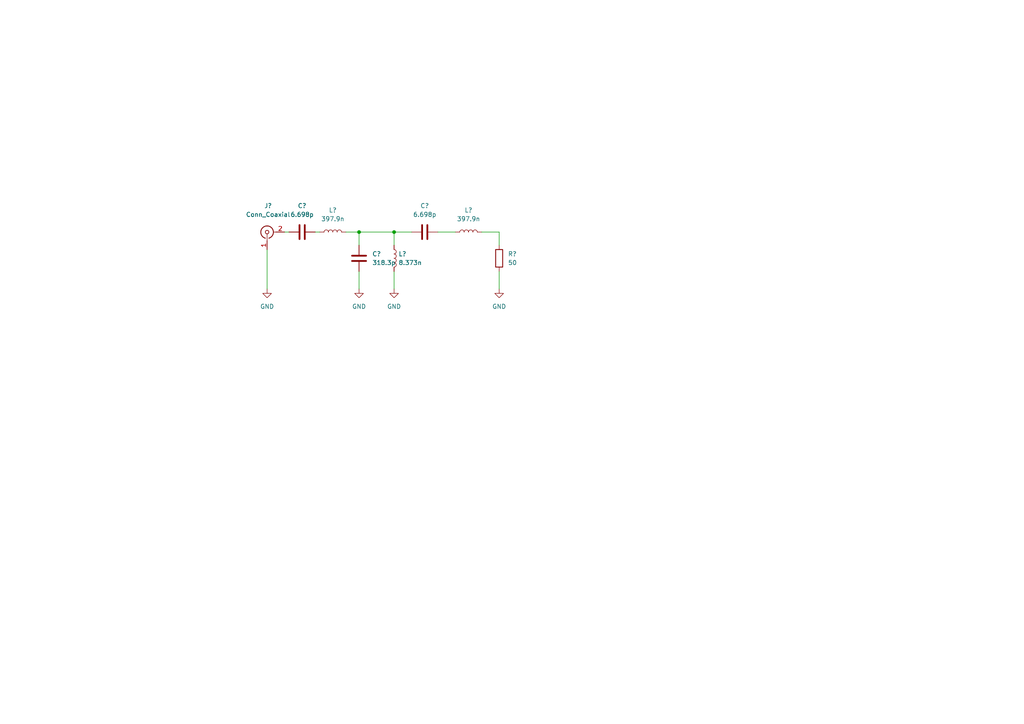
<source format=kicad_sch>
(kicad_sch (version 20211123) (generator eeschema)
  (paper "A4")
  (lib_symbols
    (symbol "Connector:Conn_Coaxial" (pin_names (offset 1.016) hide)
      (property "Reference" "J" (at 0.254 3.048 0))
      (property "Value" "Conn_Coaxial" (at 2.921 0 90))
      (symbol "Conn_Coaxial_0_1"
        (arc (start -1.778 -0.508) (mid 0.2311 -1.8066) (end 1.778 0) (stroke (width 0.254)))
        (polyline (pts (xy -2.54 0) (xy -0.508 0)))
        (polyline (pts (xy 0 -2.54) (xy 0 -1.778)))
        (circle (center 0 0) (radius 0.508) (stroke (width 0.2032)))
        (arc (start 1.778 0) (mid 0.2099 1.8101) (end -1.778 0.508) (stroke (width 0.254)))
      )
      (symbol "Conn_Coaxial_1_1"
        (pin passive line (at -5.08 0 0) (length 2.54) (name "In") (number "1"))
        (pin passive line (at 0 -5.08 90) (length 2.54) (name "Ext") (number "2"))
      )
    )
    (symbol "Device:C" (pin_numbers hide) (pin_names (offset 0.254))
      (property "Reference" "C" (at 0.635 2.54 0))
      (property "Value" "C" (at 0.635 -2.54 0))
      (symbol "C_0_1"
        (polyline (pts (xy -2.032 -0.762) (xy 2.032 -0.762)) (stroke (width 0.508)))
        (polyline (pts (xy -2.032 0.762) (xy 2.032 0.762)) (stroke (width 0.508)))
      )
      (symbol "C_1_1"
        (pin passive line (at 0 3.81 270) (length 2.794) (name "~") (number "1"))
        (pin passive line (at 0 -3.81 90) (length 2.794) (name "~") (number "2"))
      )
    )
    (symbol "Device:L" (pin_numbers hide) (pin_names (offset 1.016) hide)
      (property "Reference" "L" (at -1.27 0 90))
      (property "Value" "L" (at 1.905 0 90))
      (symbol "L_0_1"
        (arc (start 0 -2.54) (mid 0.635 -1.905) (end 0 -1.27))
        (arc (start 0 -1.27) (mid 0.635 -0.635) (end 0 0))
        (arc (start 0 0) (mid 0.635 0.635) (end 0 1.27))
        (arc (start 0 1.27) (mid 0.635 1.905) (end 0 2.54))
      )
      (symbol "L_1_1"
        (pin passive line (at 0 3.81 270) (length 1.27) (name "1") (number "1"))
        (pin passive line (at 0 -3.81 90) (length 1.27) (name "2") (number "2"))
      )
    )
    (symbol "Device:R" (pin_numbers hide) (pin_names (offset 0))
      (property "Reference" "R" (at 2.032 0 90))
      (property "Value" "R" (at 0 0 90))
      (symbol "R_0_1"
        (rectangle (start -1.016 -2.54) (end 1.016 2.54) (stroke (width 0.254)))
      )
      (symbol "R_1_1"
        (pin passive line (at 0 3.81 270) (length 1.27) (name "~") (number "1"))
        (pin passive line (at 0 -3.81 90) (length 1.27) (name "~") (number "2"))
      )
    )
    (symbol "power:GND" (power) (pin_names (offset 0))
      (property "Value" "GND" (at 0 -3.81 0))
      (symbol "GND_0_1"
        (polyline (pts (xy 0 0) (xy 0 -1.27) (xy 1.27 -1.27) (xy 0 -2.54) (xy -1.27 -1.27) (xy 0 -1.27)))
      )
      (symbol "GND_1_1"
        (pin power_in line (at 0 0 270) (length 0) hide (name "GND") (number "1"))
      )
    )
  )
  (junction (at 104.14 67.31))
  (junction (at 114.3 67.31))
  (wire (pts (xy 144.78 78.74) (xy 144.78 83.82)))
  (wire (pts (xy 114.3 67.31) (xy 114.3 71.12)))
  (wire (pts (xy 104.14 67.31) (xy 104.14 71.12)))
  (wire (pts (xy 104.14 78.74) (xy 104.14 83.82)))
  (wire (pts (xy 114.3 67.31) (xy 119.38 67.31)))
  (wire (pts (xy 127 67.31) (xy 132.08 67.31)))
  (wire (pts (xy 77.47 72.39) (xy 77.47 83.82)))
  (wire (pts (xy 114.3 78.74) (xy 114.3 83.82)))
  (wire (pts (xy 104.14 67.31) (xy 114.3 67.31)))
  (wire (pts (xy 139.7 67.31) (xy 144.78 67.31)))
  (wire (pts (xy 82.55 67.31) (xy 83.82 67.31)))
  (wire (pts (xy 144.78 67.31) (xy 144.78 71.12)))
  (wire (pts (xy 100.33 67.31) (xy 104.14 67.31)))
  (wire (pts (xy 92.71 67.31) (xy 91.44 67.31)))
  (symbol (lib_id "power:GND") (at 104.14 83.82 0) (unit 1)
    (property "Reference" "#PWR?" (effects hide))
    (property "Value" "GND" (at 104.14 88.9 0))
  )
  (symbol (lib_id "Device:R") (at 144.78 74.93 0) (unit 1)
    (property "Reference" "R?" (at 147.32 73.6599 0) (effects (justify left)))
    (property "Value" "50" (at 147.32 76.1999 0) (effects (justify left)))
  )
  (symbol (lib_id "Device:C") (at 104.14 74.93 0) (unit 1)
    (property "Reference" "C?" (at 107.95 73.6599 0) (effects (justify left)))
    (property "Value" "318.3p" (at 107.95 76.1999 0) (effects (justify left)))
  )
  (symbol (lib_id "Device:C") (at 87.63 67.31 270) (unit 1)
    (property "Reference" "C?" (at 87.63 59.69 90))
    (property "Value" "6.698p" (at 87.63 62.23 90))
  )
  (symbol (lib_id "Device:L") (at 135.89 67.31 90) (unit 1)
    (property "Reference" "L?" (at 135.89 60.96 90))
    (property "Value" "397.9n" (at 135.89 63.5 90))
  )
  (symbol (lib_id "Device:L") (at 96.52 67.31 90) (unit 1)
    (property "Reference" "L?" (at 96.52 60.96 90))
    (property "Value" "397.9n" (at 96.52 63.5 90))
  )
  (symbol (lib_id "power:GND") (at 77.47 83.82 0) (unit 1)
    (property "Reference" "#PWR?" (effects hide))
    (property "Value" "GND" (at 77.47 88.9 0))
  )
  (symbol (lib_id "Device:L") (at 114.3 74.93 0) (unit 1)
    (property "Reference" "L?" (at 115.57 73.6599 0) (effects (justify left)))
    (property "Value" "8.373n" (at 115.57 76.1999 0) (effects (justify left)))
  )
  (symbol (lib_id "power:GND") (at 144.78 83.82 0) (unit 1)
    (property "Reference" "#PWR?" (effects hide))
    (property "Value" "GND" (at 144.78 88.9 0))
  )
  (symbol (lib_id "Connector:Conn_Coaxial") (at 77.47 67.31 90) (unit 1)
    (property "Reference" "J?" (at 77.7632 59.69 90))
    (property "Value" "Conn_Coaxial" (at 77.7632 62.23 90))
    (property "Datasheet" " ~" (effects hide))
  )
  (symbol (lib_id "power:GND") (at 114.3 83.82 0) (unit 1)
    (property "Reference" "#PWR?" (effects hide))
    (property "Value" "GND" (at 114.3 88.9 0))
  )
  (symbol (lib_id "Device:C") (at 123.19 67.31 90) (unit 1)
    (property "Reference" "C?" (at 123.19 59.69 90))
    (property "Value" "6.698p" (at 123.19 62.23 90))
  )
)
</source>
